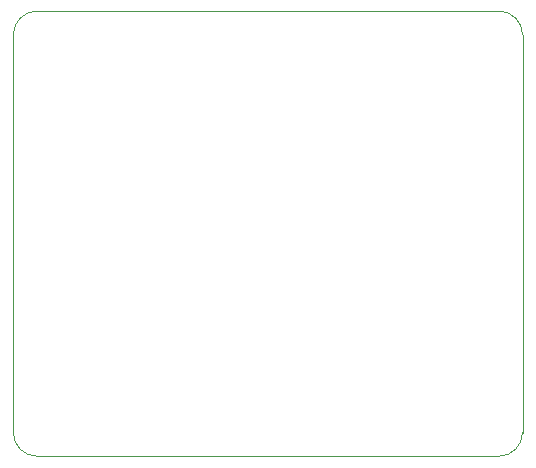
<source format=gbr>
%TF.GenerationSoftware,KiCad,Pcbnew,7.0.8-7.0.8~ubuntu22.04.1*%
%TF.CreationDate,2023-12-12T19:51:11+11:00*%
%TF.ProjectId,Boost-Converter,426f6f73-742d-4436-9f6e-766572746572,rev?*%
%TF.SameCoordinates,Original*%
%TF.FileFunction,Profile,NP*%
%FSLAX46Y46*%
G04 Gerber Fmt 4.6, Leading zero omitted, Abs format (unit mm)*
G04 Created by KiCad (PCBNEW 7.0.8-7.0.8~ubuntu22.04.1) date 2023-12-12 19:51:11*
%MOMM*%
%LPD*%
G01*
G04 APERTURE LIST*
%TA.AperFunction,Profile*%
%ADD10C,0.100000*%
%TD*%
G04 APERTURE END LIST*
D10*
X169562786Y-65930214D02*
G75*
G03*
X167562800Y-63930214I-1999986J14D01*
G01*
X169562800Y-65930214D02*
X169562800Y-99622000D01*
X167562800Y-101622000D02*
X128454800Y-101622000D01*
X126454800Y-99622000D02*
X126454800Y-65930214D01*
X128454800Y-63930214D02*
X167562800Y-63930214D01*
X128454800Y-63930200D02*
G75*
G03*
X126454800Y-65930214I0J-2000000D01*
G01*
X126454800Y-99622000D02*
G75*
G03*
X128454800Y-101622000I2000000J0D01*
G01*
X167562800Y-101622000D02*
G75*
G03*
X169562800Y-99622000I0J2000000D01*
G01*
M02*

</source>
